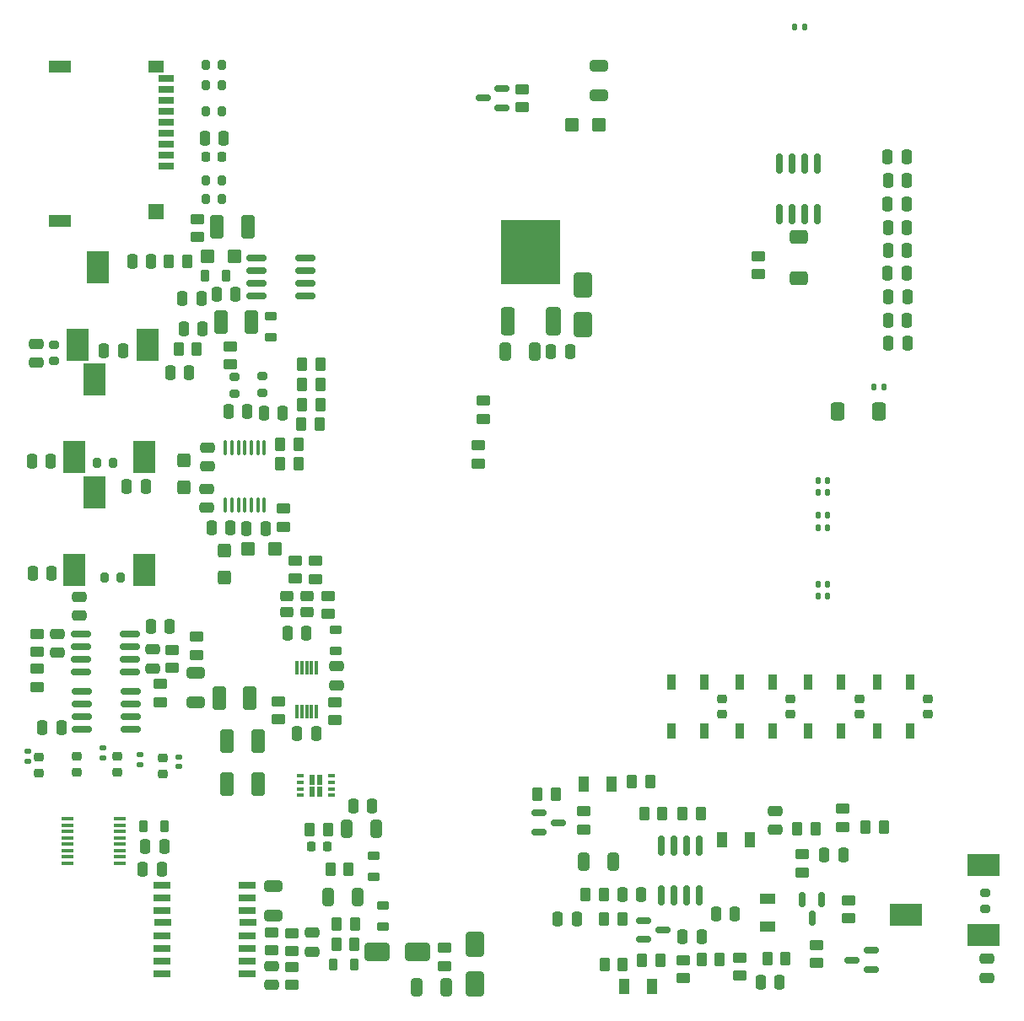
<source format=gbr>
%TF.GenerationSoftware,KiCad,Pcbnew,9.0.7-9.0.7~ubuntu24.04.1*%
%TF.CreationDate,2026-02-19T22:15:47-08:00*%
%TF.ProjectId,Intro-to-CAD-2026,496e7472-6f2d-4746-9f2d-4341442d3230,rev?*%
%TF.SameCoordinates,Original*%
%TF.FileFunction,Paste,Top*%
%TF.FilePolarity,Positive*%
%FSLAX46Y46*%
G04 Gerber Fmt 4.6, Leading zero omitted, Abs format (unit mm)*
G04 Created by KiCad (PCBNEW 9.0.7-9.0.7~ubuntu24.04.1) date 2026-02-19 22:15:47*
%MOMM*%
%LPD*%
G01*
G04 APERTURE LIST*
G04 Aperture macros list*
%AMRoundRect*
0 Rectangle with rounded corners*
0 $1 Rounding radius*
0 $2 $3 $4 $5 $6 $7 $8 $9 X,Y pos of 4 corners*
0 Add a 4 corners polygon primitive as box body*
4,1,4,$2,$3,$4,$5,$6,$7,$8,$9,$2,$3,0*
0 Add four circle primitives for the rounded corners*
1,1,$1+$1,$2,$3*
1,1,$1+$1,$4,$5*
1,1,$1+$1,$6,$7*
1,1,$1+$1,$8,$9*
0 Add four rect primitives between the rounded corners*
20,1,$1+$1,$2,$3,$4,$5,0*
20,1,$1+$1,$4,$5,$6,$7,0*
20,1,$1+$1,$6,$7,$8,$9,0*
20,1,$1+$1,$8,$9,$2,$3,0*%
G04 Aperture macros list end*
%ADD10RoundRect,0.250000X-0.250000X-0.475000X0.250000X-0.475000X0.250000X0.475000X-0.250000X0.475000X0*%
%ADD11RoundRect,0.140000X0.140000X0.170000X-0.140000X0.170000X-0.140000X-0.170000X0.140000X-0.170000X0*%
%ADD12RoundRect,0.248780X0.451220X-0.261220X0.451220X0.261220X-0.451220X0.261220X-0.451220X-0.261220X0*%
%ADD13RoundRect,0.225000X-0.250000X0.225000X-0.250000X-0.225000X0.250000X-0.225000X0.250000X0.225000X0*%
%ADD14RoundRect,0.225000X0.250000X-0.225000X0.250000X0.225000X-0.250000X0.225000X-0.250000X-0.225000X0*%
%ADD15RoundRect,0.200000X-0.200000X-0.275000X0.200000X-0.275000X0.200000X0.275000X-0.200000X0.275000X0*%
%ADD16RoundRect,0.248780X0.261220X0.451220X-0.261220X0.451220X-0.261220X-0.451220X0.261220X-0.451220X0*%
%ADD17RoundRect,0.250000X0.250000X0.475000X-0.250000X0.475000X-0.250000X-0.475000X0.250000X-0.475000X0*%
%ADD18RoundRect,0.250000X0.650000X-0.425000X0.650000X0.425000X-0.650000X0.425000X-0.650000X-0.425000X0*%
%ADD19RoundRect,0.150000X0.590000X0.150000X-0.590000X0.150000X-0.590000X-0.150000X0.590000X-0.150000X0*%
%ADD20RoundRect,0.250000X0.425000X-1.150000X0.425000X1.150000X-0.425000X1.150000X-0.425000X-1.150000X0*%
%ADD21RoundRect,0.250000X0.500000X-1.150000X0.500000X1.150000X-0.500000X1.150000X-0.500000X-1.150000X0*%
%ADD22RoundRect,0.250000X2.750000X-3.000000X2.750000X3.000000X-2.750000X3.000000X-2.750000X-3.000000X0*%
%ADD23RoundRect,0.248780X-0.261220X-0.451220X0.261220X-0.451220X0.261220X0.451220X-0.261220X0.451220X0*%
%ADD24RoundRect,0.090000X0.360000X-0.660000X0.360000X0.660000X-0.360000X0.660000X-0.360000X-0.660000X0*%
%ADD25RoundRect,0.248780X-0.451220X0.261220X-0.451220X-0.261220X0.451220X-0.261220X0.451220X0.261220X0*%
%ADD26RoundRect,0.250000X0.300000X0.550000X-0.300000X0.550000X-0.300000X-0.550000X0.300000X-0.550000X0*%
%ADD27RoundRect,0.250000X0.325000X0.650000X-0.325000X0.650000X-0.325000X-0.650000X0.325000X-0.650000X0*%
%ADD28RoundRect,0.250000X-0.300000X-0.550000X0.300000X-0.550000X0.300000X0.550000X-0.300000X0.550000X0*%
%ADD29RoundRect,0.250000X0.475000X-0.250000X0.475000X0.250000X-0.475000X0.250000X-0.475000X-0.250000X0*%
%ADD30RoundRect,0.200000X0.275000X-0.200000X0.275000X0.200000X-0.275000X0.200000X-0.275000X-0.200000X0*%
%ADD31RoundRect,0.250000X-0.425000X-0.650000X0.425000X-0.650000X0.425000X0.650000X-0.425000X0.650000X0*%
%ADD32RoundRect,0.140000X0.170000X-0.140000X0.170000X0.140000X-0.170000X0.140000X-0.170000X-0.140000X0*%
%ADD33RoundRect,0.250000X0.650000X-0.325000X0.650000X0.325000X-0.650000X0.325000X-0.650000X-0.325000X0*%
%ADD34RoundRect,0.250000X-1.000000X-0.650000X1.000000X-0.650000X1.000000X0.650000X-1.000000X0.650000X0*%
%ADD35R,1.200000X0.400000*%
%ADD36RoundRect,0.225000X-0.225000X-0.250000X0.225000X-0.250000X0.225000X0.250000X-0.225000X0.250000X0*%
%ADD37RoundRect,0.150000X-0.150000X0.825000X-0.150000X-0.825000X0.150000X-0.825000X0.150000X0.825000X0*%
%ADD38R,1.600000X0.700000*%
%ADD39R,1.500000X1.200000*%
%ADD40R,2.200000X1.200000*%
%ADD41R,1.500000X1.600000*%
%ADD42RoundRect,0.140000X-0.140000X-0.170000X0.140000X-0.170000X0.140000X0.170000X-0.140000X0.170000X0*%
%ADD43R,2.200000X3.200000*%
%ADD44RoundRect,0.250000X-0.475000X0.250000X-0.475000X-0.250000X0.475000X-0.250000X0.475000X0.250000X0*%
%ADD45RoundRect,0.250000X-0.650000X1.000000X-0.650000X-1.000000X0.650000X-1.000000X0.650000X1.000000X0*%
%ADD46RoundRect,0.249056X-0.410944X-0.925944X0.410944X-0.925944X0.410944X0.925944X-0.410944X0.925944X0*%
%ADD47RoundRect,0.250000X0.450000X0.425000X-0.450000X0.425000X-0.450000X-0.425000X0.450000X-0.425000X0*%
%ADD48RoundRect,0.250000X-0.325000X-0.650000X0.325000X-0.650000X0.325000X0.650000X-0.325000X0.650000X0*%
%ADD49RoundRect,0.200000X0.200000X0.275000X-0.200000X0.275000X-0.200000X-0.275000X0.200000X-0.275000X0*%
%ADD50RoundRect,0.249056X0.410944X0.925944X-0.410944X0.925944X-0.410944X-0.925944X0.410944X-0.925944X0*%
%ADD51R,0.300000X1.400000*%
%ADD52RoundRect,0.150000X0.825000X0.150000X-0.825000X0.150000X-0.825000X-0.150000X0.825000X-0.150000X0*%
%ADD53RoundRect,0.150000X-0.590000X-0.150000X0.590000X-0.150000X0.590000X0.150000X-0.590000X0.150000X0*%
%ADD54RoundRect,0.220000X0.220000X0.380000X-0.220000X0.380000X-0.220000X-0.380000X0.220000X-0.380000X0*%
%ADD55RoundRect,0.250000X-0.650000X0.325000X-0.650000X-0.325000X0.650000X-0.325000X0.650000X0.325000X0*%
%ADD56RoundRect,0.200000X-0.275000X0.200000X-0.275000X-0.200000X0.275000X-0.200000X0.275000X0.200000X0*%
%ADD57RoundRect,0.250000X-0.425000X0.450000X-0.425000X-0.450000X0.425000X-0.450000X0.425000X0.450000X0*%
%ADD58RoundRect,0.100000X0.100000X-0.637500X0.100000X0.637500X-0.100000X0.637500X-0.100000X-0.637500X0*%
%ADD59RoundRect,0.220000X-0.380000X0.220000X-0.380000X-0.220000X0.380000X-0.220000X0.380000X0.220000X0*%
%ADD60RoundRect,0.220000X0.380000X-0.220000X0.380000X0.220000X-0.380000X0.220000X-0.380000X-0.220000X0*%
%ADD61RoundRect,0.250000X0.425000X-0.450000X0.425000X0.450000X-0.425000X0.450000X-0.425000X-0.450000X0*%
%ADD62R,0.600000X1.000000*%
%ADD63R,0.650000X0.350000*%
%ADD64R,1.670000X0.759999*%
%ADD65R,1.670000X0.760000*%
%ADD66RoundRect,0.250000X-0.550000X0.300000X-0.550000X-0.300000X0.550000X-0.300000X0.550000X0.300000X0*%
%ADD67RoundRect,0.250000X0.650000X-1.000000X0.650000X1.000000X-0.650000X1.000000X-0.650000X-1.000000X0*%
%ADD68RoundRect,0.150000X-0.150000X0.590000X-0.150000X-0.590000X0.150000X-0.590000X0.150000X0.590000X0*%
%ADD69RoundRect,0.250000X-0.400000X-0.300000X0.400000X-0.300000X0.400000X0.300000X-0.400000X0.300000X0*%
%ADD70RoundRect,0.250000X-0.450000X-0.425000X0.450000X-0.425000X0.450000X0.425000X-0.450000X0.425000X0*%
%ADD71R,3.200000X2.200000*%
%ADD72RoundRect,0.150000X-0.825000X-0.150000X0.825000X-0.150000X0.825000X0.150000X-0.825000X0.150000X0*%
%ADD73RoundRect,0.220000X-0.220000X-0.380000X0.220000X-0.380000X0.220000X0.380000X-0.220000X0.380000X0*%
%ADD74RoundRect,0.162500X-0.162500X0.825000X-0.162500X-0.825000X0.162500X-0.825000X0.162500X0.825000X0*%
G04 APERTURE END LIST*
D10*
%TO.C,C80*%
X190150000Y-64730000D03*
X188250000Y-64730000D03*
%TD*%
%TO.C,C79*%
X188230000Y-62430000D03*
X190130000Y-62430000D03*
%TD*%
%TO.C,C78*%
X188210000Y-55390000D03*
X190110000Y-55390000D03*
%TD*%
%TO.C,C77*%
X188250000Y-60070000D03*
X190150000Y-60070000D03*
%TD*%
%TO.C,C76*%
X188180000Y-57720000D03*
X190080000Y-57720000D03*
%TD*%
%TO.C,C75*%
X188200000Y-53110000D03*
X190100000Y-53110000D03*
%TD*%
%TO.C,C74*%
X188170000Y-50790000D03*
X190070000Y-50790000D03*
%TD*%
%TO.C,C73*%
X188190000Y-48430000D03*
X190090000Y-48430000D03*
%TD*%
%TO.C,C72*%
X188180000Y-46040000D03*
X190080000Y-46040000D03*
%TD*%
D11*
%TO.C,C27*%
X179840000Y-33030000D03*
X178840000Y-33030000D03*
%TD*%
D12*
%TO.C,R1*%
X128370000Y-125790000D03*
X128370000Y-123970000D03*
%TD*%
D13*
%TO.C,C69*%
X185312786Y-100461501D03*
X185312786Y-102021501D03*
%TD*%
D14*
%TO.C,C14*%
X106750000Y-107820000D03*
X106750000Y-106260000D03*
%TD*%
D15*
%TO.C,R69*%
X119700000Y-36830000D03*
X121340000Y-36830000D03*
%TD*%
D16*
%TO.C,R33*%
X118820000Y-65330000D03*
X117000000Y-65330000D03*
%TD*%
D12*
%TO.C,R9*%
X102800000Y-99260000D03*
X102800000Y-97440000D03*
%TD*%
%TO.C,R28*%
X151490000Y-41050000D03*
X151490000Y-39230000D03*
%TD*%
D17*
%TO.C,C29*%
X113710000Y-79130000D03*
X111810000Y-79130000D03*
%TD*%
D18*
%TO.C,S1*%
X179270000Y-58200000D03*
X179270000Y-54050000D03*
%TD*%
D19*
%TO.C,Q4*%
X186500000Y-127625000D03*
X186500000Y-125725000D03*
X184620000Y-126675000D03*
%TD*%
D20*
%TO.C,U6*%
X150020000Y-62530000D03*
D21*
X154600000Y-62530000D03*
D22*
X152330000Y-55570000D03*
%TD*%
D13*
%TO.C,C70*%
X178427071Y-100461501D03*
X178427071Y-102021501D03*
%TD*%
D23*
%TO.C,R7*%
X132860000Y-123070000D03*
X134680000Y-123070000D03*
%TD*%
D14*
%TO.C,C22*%
X115410000Y-107990000D03*
X115410000Y-106430000D03*
%TD*%
D10*
%TO.C,C52*%
X102370000Y-87860000D03*
X104270000Y-87860000D03*
%TD*%
D24*
%TO.C,D10*%
X180219929Y-103691500D03*
X183519929Y-103691500D03*
X183519929Y-98791500D03*
X180219929Y-98791500D03*
%TD*%
D12*
%TO.C,R37*%
X132710000Y-102620000D03*
X132710000Y-100800000D03*
%TD*%
D10*
%TO.C,C61*%
X167575000Y-124375000D03*
X169475000Y-124375000D03*
%TD*%
D25*
%TO.C,R16*%
X127560000Y-81350000D03*
X127560000Y-83170000D03*
%TD*%
D17*
%TO.C,C25*%
X119400000Y-63270000D03*
X117500000Y-63270000D03*
%TD*%
D26*
%TO.C,D6*%
X164500000Y-129350000D03*
X161700000Y-129350000D03*
%TD*%
D27*
%TO.C,C42*%
X143830000Y-129420000D03*
X140870000Y-129420000D03*
%TD*%
D17*
%TO.C,C63*%
X156950000Y-122575000D03*
X155050000Y-122575000D03*
%TD*%
D12*
%TO.C,R49*%
X179575000Y-117900000D03*
X179575000Y-116080000D03*
%TD*%
D28*
%TO.C,D5*%
X157650000Y-109000000D03*
X160450000Y-109000000D03*
%TD*%
D29*
%TO.C,C15*%
X132860000Y-99100000D03*
X132860000Y-97200000D03*
%TD*%
D17*
%TO.C,C38*%
X130800000Y-103940000D03*
X128900000Y-103940000D03*
%TD*%
D14*
%TO.C,C16*%
X102990000Y-107890000D03*
X102990000Y-106330000D03*
%TD*%
D10*
%TO.C,C60*%
X181825000Y-116155000D03*
X183725000Y-116155000D03*
%TD*%
D11*
%TO.C,C64*%
X182160000Y-82050000D03*
X181160000Y-82050000D03*
%TD*%
%TO.C,C62*%
X182160000Y-90150000D03*
X181160000Y-90150000D03*
%TD*%
D30*
%TO.C,R19*%
X197940000Y-121570000D03*
X197940000Y-119930000D03*
%TD*%
D12*
%TO.C,R12*%
X116340000Y-97360000D03*
X116340000Y-95540000D03*
%TD*%
D31*
%TO.C,S2*%
X183115000Y-71640000D03*
X187265000Y-71640000D03*
%TD*%
D29*
%TO.C,C20*%
X126320000Y-129200000D03*
X126320000Y-127300000D03*
%TD*%
D32*
%TO.C,R60*%
X101830000Y-106700000D03*
X101830000Y-105700000D03*
%TD*%
D10*
%TO.C,C66*%
X119650000Y-44150000D03*
X121550000Y-44150000D03*
%TD*%
D33*
%TO.C,C34*%
X126480000Y-122240000D03*
X126480000Y-119280000D03*
%TD*%
D32*
%TO.C,R61*%
X113140000Y-107060000D03*
X113140000Y-106060000D03*
%TD*%
D12*
%TO.C,R42*%
X181050000Y-126995000D03*
X181050000Y-125175000D03*
%TD*%
D34*
%TO.C,D1*%
X136960000Y-125890000D03*
X140960000Y-125890000D03*
%TD*%
D35*
%TO.C,U7*%
X105870000Y-112510000D03*
X105870000Y-113145000D03*
X105870000Y-113780000D03*
X105870000Y-114415000D03*
X105870000Y-115050000D03*
X105870000Y-115685000D03*
X105870000Y-116320000D03*
X105870000Y-116955000D03*
X111070000Y-116955000D03*
X111070000Y-116320000D03*
X111070000Y-115685000D03*
X111070000Y-115050000D03*
X111070000Y-114415000D03*
X111070000Y-113780000D03*
X111070000Y-113145000D03*
X111070000Y-112510000D03*
%TD*%
D25*
%TO.C,R34*%
X130750000Y-86620000D03*
X130750000Y-88440000D03*
%TD*%
D16*
%TO.C,R40*%
X165360000Y-126700000D03*
X163540000Y-126700000D03*
%TD*%
D36*
%TO.C,C67*%
X119740000Y-46030000D03*
X121300000Y-46030000D03*
%TD*%
D15*
%TO.C,R30*%
X109550000Y-88260000D03*
X111190000Y-88260000D03*
%TD*%
D23*
%TO.C,R44*%
X169490000Y-126650000D03*
X171310000Y-126650000D03*
%TD*%
D27*
%TO.C,C5*%
X136830000Y-113470000D03*
X133870000Y-113470000D03*
%TD*%
D37*
%TO.C,U9*%
X169287500Y-115225000D03*
X168017500Y-115225000D03*
X166747500Y-115225000D03*
X165477500Y-115225000D03*
X165477500Y-120175000D03*
X166747500Y-120175000D03*
X168017500Y-120175000D03*
X169287500Y-120175000D03*
%TD*%
D38*
%TO.C,J13*%
X115720000Y-46930000D03*
X115720000Y-45830000D03*
X115720000Y-44730000D03*
X115720000Y-43630000D03*
X115720000Y-42530000D03*
X115720000Y-41430000D03*
X115720000Y-40330000D03*
X115720000Y-39230000D03*
D39*
X114720000Y-36930000D03*
D40*
X105120000Y-36930000D03*
X105120000Y-52430000D03*
D41*
X114720000Y-51530000D03*
D38*
X115720000Y-38130000D03*
%TD*%
D17*
%TO.C,C43*%
X156300000Y-65560000D03*
X154400000Y-65560000D03*
%TD*%
D15*
%TO.C,R14*%
X108780000Y-76740000D03*
X110420000Y-76740000D03*
%TD*%
D12*
%TO.C,R10*%
X126320000Y-125700000D03*
X126320000Y-123880000D03*
%TD*%
D32*
%TO.C,R58*%
X117040000Y-107270000D03*
X117040000Y-106270000D03*
%TD*%
D42*
%TO.C,R64*%
X181160000Y-79750000D03*
X182160000Y-79750000D03*
%TD*%
D43*
%TO.C,J16*%
X108860000Y-57120000D03*
X106860000Y-64920000D03*
X113860000Y-64920000D03*
%TD*%
D10*
%TO.C,C1*%
X113400000Y-117610000D03*
X115300000Y-117610000D03*
%TD*%
D44*
%TO.C,C11*%
X119840000Y-79360000D03*
X119840000Y-81260000D03*
%TD*%
D45*
%TO.C,D3*%
X157590000Y-58910000D03*
X157590000Y-62910000D03*
%TD*%
D14*
%TO.C,C19*%
X110810000Y-107800000D03*
X110810000Y-106240000D03*
%TD*%
D29*
%TO.C,C58*%
X176890000Y-113630000D03*
X176890000Y-111730000D03*
%TD*%
D25*
%TO.C,R45*%
X167625000Y-126690000D03*
X167625000Y-128510000D03*
%TD*%
D16*
%TO.C,R22*%
X117860000Y-56550000D03*
X116040000Y-56550000D03*
%TD*%
D12*
%TO.C,R21*%
X143670000Y-127290000D03*
X143670000Y-125470000D03*
%TD*%
D36*
%TO.C,C40*%
X130350000Y-115260000D03*
X131910000Y-115260000D03*
%TD*%
D16*
%TO.C,R39*%
X159670000Y-120150000D03*
X157850000Y-120150000D03*
%TD*%
D29*
%TO.C,C18*%
X114360000Y-97400000D03*
X114360000Y-95500000D03*
%TD*%
D10*
%TO.C,C51*%
X102270000Y-76570000D03*
X104170000Y-76570000D03*
%TD*%
D16*
%TO.C,R53*%
X161535000Y-122575000D03*
X159715000Y-122575000D03*
%TD*%
D44*
%TO.C,C4*%
X119880000Y-75240000D03*
X119880000Y-77140000D03*
%TD*%
D15*
%TO.C,R66*%
X119700000Y-48430000D03*
X121340000Y-48430000D03*
%TD*%
D46*
%TO.C,C37*%
X121860000Y-109050000D03*
X124940000Y-109050000D03*
%TD*%
D23*
%TO.C,R52*%
X163730000Y-111975000D03*
X165550000Y-111975000D03*
%TD*%
D47*
%TO.C,C45*%
X122580000Y-55980000D03*
X119880000Y-55980000D03*
%TD*%
D48*
%TO.C,C35*%
X132050000Y-120400000D03*
X135010000Y-120400000D03*
%TD*%
D25*
%TO.C,R31*%
X122170000Y-65070000D03*
X122170000Y-66890000D03*
%TD*%
D23*
%TO.C,R24*%
X129420000Y-66820000D03*
X131240000Y-66820000D03*
%TD*%
D17*
%TO.C,C23*%
X115560000Y-115280000D03*
X113660000Y-115280000D03*
%TD*%
D19*
%TO.C,Q1*%
X149440000Y-41090000D03*
X149440000Y-39190000D03*
X147560000Y-40140000D03*
%TD*%
D23*
%TO.C,R17*%
X127210000Y-74880000D03*
X129030000Y-74880000D03*
%TD*%
D49*
%TO.C,R68*%
X121340000Y-50230000D03*
X119700000Y-50230000D03*
%TD*%
D50*
%TO.C,C46*%
X123940000Y-53040000D03*
X120860000Y-53040000D03*
%TD*%
D23*
%TO.C,R20*%
X132850000Y-125090000D03*
X134670000Y-125090000D03*
%TD*%
%TO.C,R25*%
X129340000Y-72860000D03*
X131160000Y-72860000D03*
%TD*%
D46*
%TO.C,C36*%
X121860000Y-104700000D03*
X124940000Y-104700000D03*
%TD*%
D44*
%TO.C,C21*%
X107010000Y-90220000D03*
X107010000Y-92120000D03*
%TD*%
D23*
%TO.C,R41*%
X153030000Y-110000000D03*
X154850000Y-110000000D03*
%TD*%
D51*
%TO.C,U4*%
X130850000Y-97330000D03*
X130350000Y-97330000D03*
X129850000Y-97330000D03*
X129350000Y-97330000D03*
X128850000Y-97330000D03*
X128850000Y-101730000D03*
X129350000Y-101730000D03*
X129850000Y-101730000D03*
X130350000Y-101730000D03*
X130850000Y-101730000D03*
%TD*%
D23*
%TO.C,R48*%
X185955000Y-113325000D03*
X187775000Y-113325000D03*
%TD*%
D10*
%TO.C,C7*%
X122000000Y-71620000D03*
X123900000Y-71620000D03*
%TD*%
D52*
%TO.C,U1*%
X129735000Y-60015000D03*
X129735000Y-58745000D03*
X129735000Y-57475000D03*
X129735000Y-56205000D03*
X124785000Y-56205000D03*
X124785000Y-57475000D03*
X124785000Y-58745000D03*
X124785000Y-60015000D03*
%TD*%
D23*
%TO.C,R26*%
X129390000Y-70880000D03*
X131210000Y-70880000D03*
%TD*%
D17*
%TO.C,C53*%
X111420000Y-65500000D03*
X109520000Y-65500000D03*
%TD*%
D53*
%TO.C,Q3*%
X163710000Y-122737500D03*
X163710000Y-124637500D03*
X165590000Y-123687500D03*
%TD*%
D54*
%TO.C,FB7*%
X121760000Y-57940000D03*
X119640000Y-57940000D03*
%TD*%
D12*
%TO.C,R23*%
X147040000Y-76830000D03*
X147040000Y-75010000D03*
%TD*%
%TO.C,R38*%
X127000000Y-102510000D03*
X127000000Y-100690000D03*
%TD*%
D48*
%TO.C,C41*%
X149760000Y-65560000D03*
X152720000Y-65560000D03*
%TD*%
D23*
%TO.C,R46*%
X159765000Y-127100000D03*
X161585000Y-127100000D03*
%TD*%
D55*
%TO.C,C33*%
X118740000Y-97820000D03*
X118740000Y-100780000D03*
%TD*%
D46*
%TO.C,C17*%
X121070000Y-100350000D03*
X124150000Y-100350000D03*
%TD*%
D12*
%TO.C,R8*%
X115130000Y-100790000D03*
X115130000Y-98970000D03*
%TD*%
D13*
%TO.C,C68*%
X192198500Y-100461501D03*
X192198500Y-102021501D03*
%TD*%
D17*
%TO.C,C30*%
X116100000Y-93200000D03*
X114200000Y-93200000D03*
%TD*%
D56*
%TO.C,R2*%
X125380000Y-68070000D03*
X125380000Y-69710000D03*
%TD*%
D57*
%TO.C,C9*%
X121570000Y-85580000D03*
X121570000Y-88280000D03*
%TD*%
D58*
%TO.C,U2*%
X121700000Y-80985000D03*
X122350000Y-80985000D03*
X123000000Y-80985000D03*
X123650000Y-80985000D03*
X124300000Y-80985000D03*
X124950000Y-80985000D03*
X125600000Y-80985000D03*
X125600000Y-75260000D03*
X124950000Y-75260000D03*
X124300000Y-75260000D03*
X123650000Y-75260000D03*
X123000000Y-75260000D03*
X122350000Y-75260000D03*
X121700000Y-75260000D03*
%TD*%
D25*
%TO.C,R15*%
X147570000Y-70520000D03*
X147570000Y-72340000D03*
%TD*%
D12*
%TO.C,R35*%
X128680000Y-88390000D03*
X128680000Y-86570000D03*
%TD*%
D17*
%TO.C,C12*%
X122730000Y-59870000D03*
X120830000Y-59870000D03*
%TD*%
D25*
%TO.C,R43*%
X157650000Y-111740000D03*
X157650000Y-113560000D03*
%TD*%
D23*
%TO.C,R27*%
X129400000Y-68850000D03*
X131220000Y-68850000D03*
%TD*%
D16*
%TO.C,R56*%
X177925000Y-126525000D03*
X176105000Y-126525000D03*
%TD*%
D55*
%TO.C,C2*%
X159220000Y-36860000D03*
X159220000Y-39820000D03*
%TD*%
D10*
%TO.C,C31*%
X103340000Y-103370000D03*
X105240000Y-103370000D03*
%TD*%
D54*
%TO.C,FB5*%
X134620000Y-127180000D03*
X132500000Y-127180000D03*
%TD*%
D25*
%TO.C,R50*%
X183650000Y-111510000D03*
X183650000Y-113330000D03*
%TD*%
D17*
%TO.C,C24*%
X119280000Y-60240000D03*
X117380000Y-60240000D03*
%TD*%
D42*
%TO.C,R63*%
X181160000Y-78550000D03*
X182160000Y-78550000D03*
%TD*%
D59*
%TO.C,FB1*%
X126280000Y-62000000D03*
X126280000Y-64120000D03*
%TD*%
D23*
%TO.C,R6*%
X132240000Y-117580000D03*
X134060000Y-117580000D03*
%TD*%
D60*
%TO.C,FB4*%
X132800000Y-95610000D03*
X132800000Y-93490000D03*
%TD*%
D24*
%TO.C,D8*%
X166448500Y-103691500D03*
X169748500Y-103691500D03*
X169748500Y-98791500D03*
X166448500Y-98791500D03*
%TD*%
D61*
%TO.C,C44*%
X117500000Y-79200000D03*
X117500000Y-76500000D03*
%TD*%
D12*
%TO.C,R54*%
X173300000Y-128260000D03*
X173300000Y-126440000D03*
%TD*%
D48*
%TO.C,C54*%
X157670000Y-116800000D03*
X160630000Y-116800000D03*
%TD*%
D56*
%TO.C,R71*%
X104510000Y-64920000D03*
X104510000Y-66560000D03*
%TD*%
D16*
%TO.C,R5*%
X131980000Y-113560000D03*
X130160000Y-113560000D03*
%TD*%
D62*
%TO.C,e1*%
X130400000Y-108570000D03*
X130400000Y-109770000D03*
X131175000Y-108570000D03*
X131175000Y-109770000D03*
D63*
X129237500Y-108195000D03*
X129237500Y-108845000D03*
X129237500Y-109495000D03*
X129237500Y-110145000D03*
X132337500Y-110145000D03*
X132337500Y-109495000D03*
X132337500Y-108845000D03*
X132337500Y-108195000D03*
%TD*%
D25*
%TO.C,R47*%
X184230000Y-120670000D03*
X184230000Y-122490000D03*
%TD*%
D12*
%TO.C,R29*%
X175210000Y-57825000D03*
X175210000Y-56005000D03*
%TD*%
D17*
%TO.C,C49*%
X114270000Y-56560000D03*
X112370000Y-56560000D03*
%TD*%
D23*
%TO.C,R18*%
X127200000Y-76860000D03*
X129020000Y-76860000D03*
%TD*%
D44*
%TO.C,C32*%
X130380000Y-123950000D03*
X130380000Y-125850000D03*
%TD*%
D12*
%TO.C,R36*%
X132020000Y-91950000D03*
X132020000Y-90130000D03*
%TD*%
D10*
%TO.C,C6*%
X125550000Y-71730000D03*
X127450000Y-71730000D03*
%TD*%
D12*
%TO.C,R4*%
X128350000Y-129190000D03*
X128350000Y-127370000D03*
%TD*%
D59*
%TO.C,FB2*%
X137470000Y-121190000D03*
X137470000Y-123310000D03*
%TD*%
D64*
%TO.C,TR1*%
X115368000Y-119145000D03*
D65*
X115368000Y-120415000D03*
X115368000Y-121685000D03*
X115383000Y-122940000D03*
X115333000Y-124240000D03*
X115368000Y-125495000D03*
X115368000Y-126765000D03*
X115368000Y-128035000D03*
X123898000Y-128035000D03*
X123898000Y-126765000D03*
X123898000Y-125495000D03*
X123883000Y-124240000D03*
X123933000Y-122940000D03*
X123898000Y-121685000D03*
X123898000Y-120415000D03*
X123898000Y-119145000D03*
%TD*%
D17*
%TO.C,C55*%
X136430000Y-111180000D03*
X134530000Y-111180000D03*
%TD*%
D12*
%TO.C,R32*%
X118900000Y-54080000D03*
X118900000Y-52260000D03*
%TD*%
D66*
%TO.C,D7*%
X176125000Y-120505000D03*
X176125000Y-123305000D03*
%TD*%
D50*
%TO.C,C47*%
X124320000Y-62640000D03*
X121240000Y-62640000D03*
%TD*%
D12*
%TO.C,R13*%
X102810000Y-95760000D03*
X102810000Y-93940000D03*
%TD*%
D42*
%TO.C,R70*%
X186765000Y-69140000D03*
X187765000Y-69140000D03*
%TD*%
D43*
%TO.C,J12*%
X108520000Y-79750000D03*
X106520000Y-87550000D03*
X113520000Y-87550000D03*
%TD*%
D53*
%TO.C,Q2*%
X153210000Y-111937500D03*
X153210000Y-113837500D03*
X155090000Y-112887500D03*
%TD*%
D10*
%TO.C,C13*%
X120320000Y-83260000D03*
X122220000Y-83260000D03*
%TD*%
D25*
%TO.C,R11*%
X118810000Y-94220000D03*
X118810000Y-96040000D03*
%TD*%
D10*
%TO.C,C59*%
X175425000Y-128900000D03*
X177325000Y-128900000D03*
%TD*%
D23*
%TO.C,R55*%
X167600000Y-112025000D03*
X169420000Y-112025000D03*
%TD*%
D24*
%TO.C,D9*%
X173310000Y-103690000D03*
X176610000Y-103690000D03*
X176610000Y-98790000D03*
X173310000Y-98790000D03*
%TD*%
D67*
%TO.C,D2*%
X146770000Y-129120000D03*
X146770000Y-125120000D03*
%TD*%
D68*
%TO.C,Q5*%
X181525000Y-120625000D03*
X179625000Y-120625000D03*
X180575000Y-122505000D03*
%TD*%
D69*
%TO.C,X1*%
X127820000Y-91780000D03*
X129920000Y-91780000D03*
X129920000Y-90130000D03*
X127820000Y-90130000D03*
%TD*%
D17*
%TO.C,C3*%
X118050000Y-67730000D03*
X116150000Y-67730000D03*
%TD*%
D28*
%TO.C,D4*%
X171530000Y-114640000D03*
X174330000Y-114640000D03*
%TD*%
D24*
%TO.C,D11*%
X187105643Y-103691501D03*
X190405643Y-103691501D03*
X190405643Y-98791501D03*
X187105643Y-98791501D03*
%TD*%
D43*
%TO.C,J1*%
X108560000Y-68370000D03*
X106560000Y-76170000D03*
X113560000Y-76170000D03*
%TD*%
D10*
%TO.C,C48*%
X127940000Y-93860000D03*
X129840000Y-93860000D03*
%TD*%
D47*
%TO.C,C39*%
X159200000Y-42850000D03*
X156500000Y-42850000D03*
%TD*%
D49*
%TO.C,R67*%
X121340000Y-38830000D03*
X119700000Y-38830000D03*
%TD*%
D16*
%TO.C,R62*%
X164335000Y-108800000D03*
X162515000Y-108800000D03*
%TD*%
D29*
%TO.C,C26*%
X102730000Y-66710000D03*
X102730000Y-64810000D03*
%TD*%
%TO.C,C50*%
X198140000Y-128470000D03*
X198140000Y-126570000D03*
%TD*%
D70*
%TO.C,C8*%
X124000000Y-85440000D03*
X126700000Y-85440000D03*
%TD*%
D60*
%TO.C,FB6*%
X136610000Y-118330000D03*
X136610000Y-116210000D03*
%TD*%
D17*
%TO.C,C56*%
X163425000Y-120100000D03*
X161525000Y-120100000D03*
%TD*%
D71*
%TO.C,J9*%
X190000000Y-122170000D03*
X197800000Y-124170000D03*
X197800000Y-117170000D03*
%TD*%
D23*
%TO.C,R51*%
X179110000Y-113540000D03*
X180930000Y-113540000D03*
%TD*%
D17*
%TO.C,C57*%
X172850000Y-122100000D03*
X170950000Y-122100000D03*
%TD*%
D52*
%TO.C,U5*%
X112230000Y-103540000D03*
X112230000Y-102270000D03*
X112230000Y-101000000D03*
X112230000Y-99730000D03*
X107280000Y-99730000D03*
X107280000Y-101000000D03*
X107280000Y-102270000D03*
X107280000Y-103540000D03*
%TD*%
D17*
%TO.C,C10*%
X125720000Y-83360000D03*
X123820000Y-83360000D03*
%TD*%
D72*
%TO.C,U8*%
X107170000Y-93920000D03*
X107170000Y-95190000D03*
X107170000Y-96460000D03*
X107170000Y-97730000D03*
X112120000Y-97730000D03*
X112120000Y-96460000D03*
X112120000Y-95190000D03*
X112120000Y-93920000D03*
%TD*%
D11*
%TO.C,C65*%
X182160000Y-83250000D03*
X181160000Y-83250000D03*
%TD*%
D32*
%TO.C,R59*%
X109440000Y-106420000D03*
X109440000Y-105420000D03*
%TD*%
D56*
%TO.C,R3*%
X122610000Y-68160000D03*
X122610000Y-69800000D03*
%TD*%
D15*
%TO.C,R65*%
X119700000Y-41430000D03*
X121340000Y-41430000D03*
%TD*%
D29*
%TO.C,C28*%
X104830000Y-95830000D03*
X104830000Y-93930000D03*
%TD*%
D13*
%TO.C,C71*%
X171541357Y-100461500D03*
X171541357Y-102021500D03*
%TD*%
D73*
%TO.C,FB3*%
X113490000Y-113290000D03*
X115610000Y-113290000D03*
%TD*%
D42*
%TO.C,R57*%
X181160000Y-88950000D03*
X182160000Y-88950000D03*
%TD*%
D74*
%TO.C,U10*%
X181137500Y-46702500D03*
X179867500Y-46702500D03*
X178597500Y-46702500D03*
X177327500Y-46702500D03*
X177327500Y-51777500D03*
X178597500Y-51777500D03*
X179867500Y-51777500D03*
X181137500Y-51777500D03*
%TD*%
M02*

</source>
